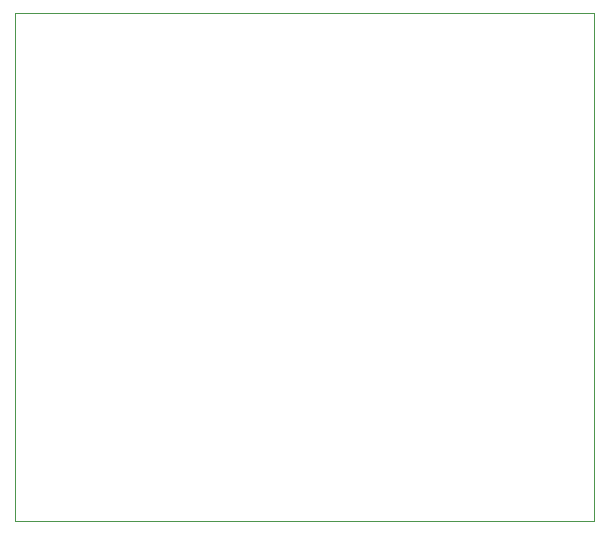
<source format=gbr>
%TF.GenerationSoftware,KiCad,Pcbnew,9.0.0*%
%TF.CreationDate,2025-03-27T13:05:49+05:30*%
%TF.ProjectId,incubator,696e6375-6261-4746-9f72-2e6b69636164,rev?*%
%TF.SameCoordinates,Original*%
%TF.FileFunction,Profile,NP*%
%FSLAX46Y46*%
G04 Gerber Fmt 4.6, Leading zero omitted, Abs format (unit mm)*
G04 Created by KiCad (PCBNEW 9.0.0) date 2025-03-27 13:05:49*
%MOMM*%
%LPD*%
G01*
G04 APERTURE LIST*
%TA.AperFunction,Profile*%
%ADD10C,0.050000*%
%TD*%
G04 APERTURE END LIST*
D10*
X73000000Y-64500000D02*
X122000000Y-64500000D01*
X122000000Y-107500000D01*
X73000000Y-107500000D01*
X73000000Y-64500000D01*
M02*

</source>
